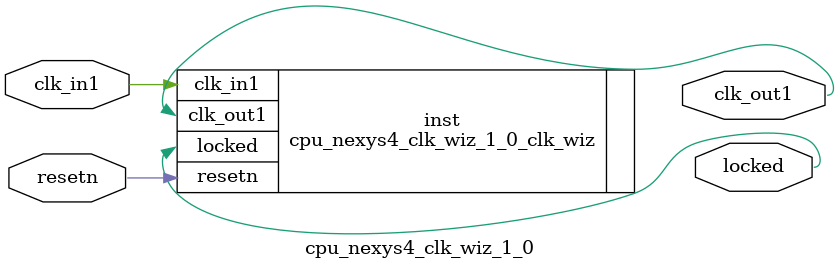
<source format=v>


`timescale 1ps/1ps

(* CORE_GENERATION_INFO = "cpu_nexys4_clk_wiz_1_0,clk_wiz_v5_4_3_0,{component_name=cpu_nexys4_clk_wiz_1_0,use_phase_alignment=true,use_min_o_jitter=false,use_max_i_jitter=false,use_dyn_phase_shift=false,use_inclk_switchover=false,use_dyn_reconfig=false,enable_axi=0,feedback_source=FDBK_AUTO,PRIMITIVE=MMCM,num_out_clk=1,clkin1_period=10.000,clkin2_period=10.000,use_power_down=false,use_reset=true,use_locked=true,use_inclk_stopped=false,feedback_type=SINGLE,CLOCK_MGR_TYPE=NA,manual_override=false}" *)

module cpu_nexys4_clk_wiz_1_0 
 (
  // Clock out ports
  output        clk_out1,
  // Status and control signals
  input         resetn,
  output        locked,
 // Clock in ports
  input         clk_in1
 );

  cpu_nexys4_clk_wiz_1_0_clk_wiz inst
  (
  // Clock out ports  
  .clk_out1(clk_out1),
  // Status and control signals               
  .resetn(resetn), 
  .locked(locked),
 // Clock in ports
  .clk_in1(clk_in1)
  );

endmodule

</source>
